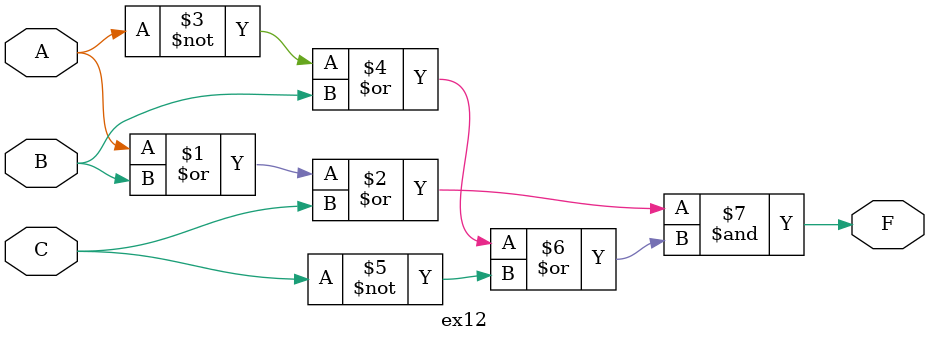
<source format=v>
module ex12(
    input A,
    input B,
    input C,
    output F
);
    assign F = (A | B | C) & (~A | B | ~C);

endmodule


</source>
